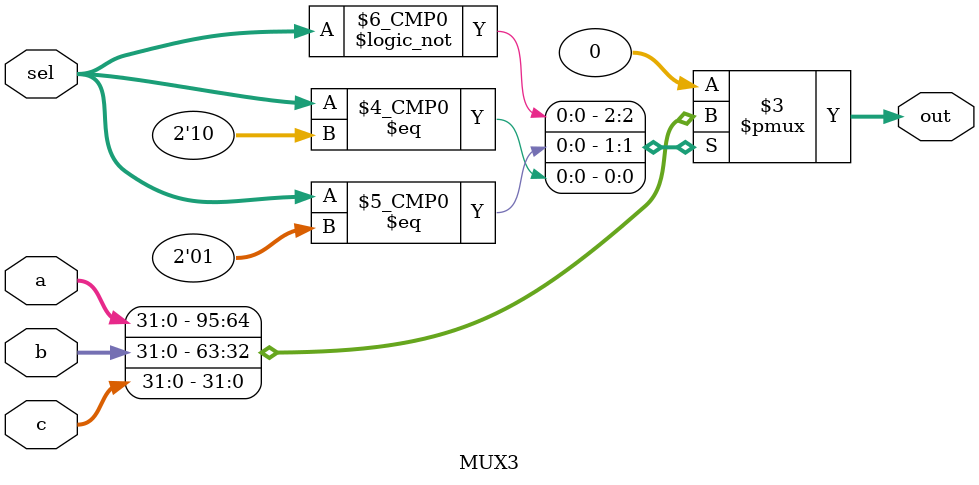
<source format=v>
module MUX3(
    input  [31:0] a,
    input  [31:0] b,
    input  [31:0] c,
    input  [1:0]  sel,
    output [31:0] out
);
    always @(*)
    begin
        case (sel)
            2'b00: out = a;
            2'b01: out = b;
            2'b10: out = c;
            default: out = 32'b0; // default to 0 if sel is not 00, 01, or 10
        endcase
    end
endmodule
</source>
